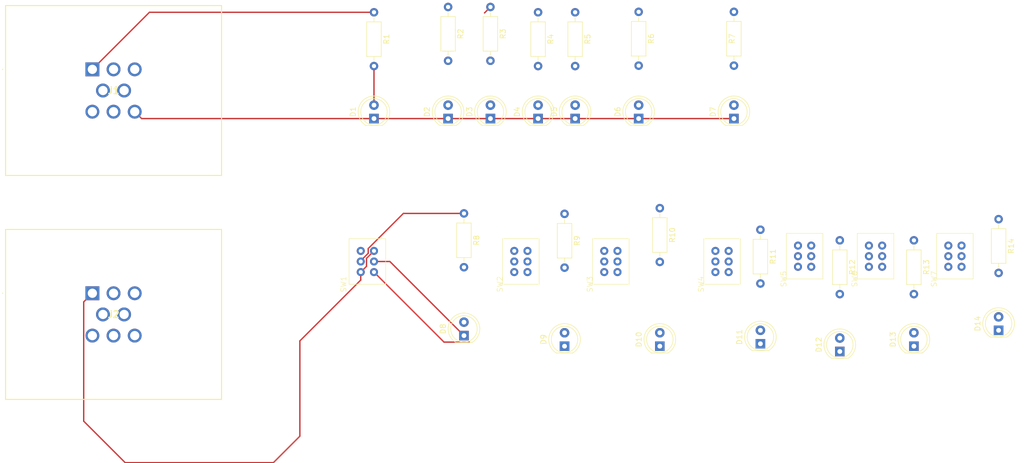
<source format=kicad_pcb>
(kicad_pcb (version 20221018) (generator pcbnew)
  (layers (0 "F.Cu" signal) (31 "B.Cu" signal) (34 "B.Paste" user) (35 "F.Paste" user) (36 "B.SilkS" user "B.Silkscreen") (37 "F.SilkS" user "F.Silkscreen") (38 "B.Mask" user) (39 "F.Mask" user) (44 "Edge.Cuts" user))
  (net 0 "")
  (net 1 "/GND")
  (net 2 "Net-(D1-A)")
  (net 3 "Net-(D2-A)")
  (net 4 "Net-(D3-A)")
  (net 5 "Net-(D4-A)")
  (net 6 "Net-(D5-A)")
  (net 7 "Net-(D6-A)")
  (net 8 "Net-(D7-A)")
  (net 9 "Net-(D8-K)")
  (net 10 "Net-(D8-A)")
  (net 11 "Net-(D9-K)")
  (net 12 "Net-(D9-A)")
  (net 13 "Net-(D10-K)")
  (net 14 "Net-(D10-A)")
  (net 15 "Net-(D11-K)")
  (net 16 "Net-(D11-A)")
  (net 17 "Net-(D12-K)")
  (net 18 "Net-(D12-A)")
  (net 19 "Net-(D13-K)")
  (net 20 "Net-(D13-A)")
  (net 21 "Net-(D14-K)")
  (net 22 "Net-(D14-A)")
  (net 23 "/POW1")
  (net 24 "/POW2")
  (net 25 "/POW3")
  (net 26 "/POW4")
  (net 27 "/POW5")
  (net 28 "/POW6")
  (net 29 "/POW7")
  (net 30 "/SIG1")
  (net 31 "/SIG2")
  (net 32 "/SIG3")
  (net 33 "/SIG4")
  (net 34 "/SIG5")
  (net 35 "/SIG6")
  (net 36 "/SIG7")
  (net 37 "/+12V")
  (net 38 "Net-(SW1A-B)")
  (net 39 "Net-(SW2A-B)")
  (net 40 "Net-(SW3A-B)")
  (net 41 "Net-(SW4A-B)")
  (net 42 "Net-(SW5A-B)")
  (net 43 "Net-(SW6A-B)")
  (net 44 "Net-(SW7A-B)")
  (footprint "LED_THT:LED_D5.0mm" (layer "F.Cu") (at 198 110 90)
    (fp_text reference "D13" (at 1.27 -3.96 90) (layer "F.SilkS"))
    (fp_text value "LED")
    (fp_line (start -1.29 -1.545) (end -1.29 1.545) (stroke (width 0.12)) (layer "F.SilkS"))
    (fp_arc (start -1.29 -1.54483) (mid 2.072002 -2.880433) (end 4.26 0.000462) (stroke (width 0.12)) (layer "F.SilkS"))
    (fp_arc (start 4.26 -0.000462) (mid 2.072002 2.880433) (end -1.29 1.54483) (stroke (width 0.12)) (layer "F.SilkS"))
    (fp_circle (center 1.27 0) (end 3.77 0) (stroke (width 0.12)) (fill none) (layer "F.SilkS"))
    (pad "1" thru_hole rect (at 0 0 90) (size 1.8 1.8) (drill 0.9) (layers "*.Cu" "*.Mask") (net 19 "Net-(D13-K)"))
    (pad "2" thru_hole circle (at 2.54 0 90) (size 1.8 1.8) (drill 0.9) (layers "*.Cu" "*.Mask") (net 20 "Net-(D13-A)"))
  )
  (footprint "Resistor_THT:R_Axial_DIN0207_L6.3mm_D2.5mm_P10.16mm_Horizontal" (layer "F.Cu") (at 169 88 -90)
    (fp_text reference "R11" (at 5.08 -2.37 90) (layer "F.SilkS"))
    (fp_text value "R")
    (fp_line (start 1.04 0) (end 1.81 0) (stroke (width 0.12)) (layer "F.SilkS"))
    (fp_line (start 1.81 -1.37) (end 1.81 1.37) (stroke (width 0.12)) (layer "F.SilkS"))
    (fp_line (start 1.81 1.37) (end 8.35 1.37) (stroke (width 0.12)) (layer "F.SilkS"))
    (fp_line (start 8.35 -1.37) (end 1.81 -1.37) (stroke (width 0.12)) (layer "F.SilkS"))
    (fp_line (start 8.35 1.37) (end 8.35 -1.37) (stroke (width 0.12)) (layer "F.SilkS"))
    (fp_line (start 9.12 0) (end 8.35 0) (stroke (width 0.12)) (layer "F.SilkS"))
    (pad "1" thru_hole circle (at 0 0 270) (size 1.6 1.6) (drill 0.8) (layers "*.Cu" "*.Mask") (net 41 "Net-(SW4A-B)"))
    (pad "2" thru_hole oval (at 10.16 0 270) (size 1.6 1.6) (drill 0.8) (layers "*.Cu" "*.Mask") (net 16 "Net-(D11-A)"))
  )
  (footprint "LED_THT:LED_D5.0mm" (layer "F.Cu") (at 146 67 90)
    (fp_text reference "D6" (at 1.27 -3.96 90) (layer "F.SilkS"))
    (fp_text value "LED")
    (fp_line (start -1.29 -1.545) (end -1.29 1.545) (stroke (width 0.12)) (layer "F.SilkS"))
    (fp_arc (start -1.29 -1.54483) (mid 2.072002 -2.880433) (end 4.26 0.000462) (stroke (width 0.12)) (layer "F.SilkS"))
    (fp_arc (start 4.26 -0.000462) (mid 2.072002 2.880433) (end -1.29 1.54483) (stroke (width 0.12)) (layer "F.SilkS"))
    (fp_circle (center 1.27 0) (end 3.77 0) (stroke (width 0.12)) (fill none) (layer "F.SilkS"))
    (pad "1" thru_hole rect (at 0 0 90) (size 1.8 1.8) (drill 0.9) (layers "*.Cu" "*.Mask") (net 1 "/GND"))
    (pad "2" thru_hole circle (at 2.54 0 90) (size 1.8 1.8) (drill 0.9) (layers "*.Cu" "*.Mask") (net 7 "Net-(D6-A)"))
  )
  (footprint "relaybox_indicator_leds:17762761" (layer "F.Cu") (at 42.8 57.7)
    (fp_text reference "J1" (at 4 4) (layer "F.SilkS") (effects (font (size 1.27 1.27) (thickness 0.254))))
    (fp_text value "1-776276-1" hide)
    (fp_line (start -17 0) (end -17 0) (stroke (width 0.1)) (layer "F.SilkS"))
    (fp_line (start -16.9 0) (end -16.9 0) (stroke (width 0.1)) (layer "F.SilkS"))
    (fp_line (start -16.4 -12.05) (end 24.4 -12.05) (stroke (width 0.2)) (layer "F.SilkS"))
    (fp_line (start -16.4 20.05) (end -16.4 -12.05) (stroke (width 0.2)) (layer "F.SilkS"))
    (fp_line (start 24.4 -12.05) (end 24.4 20.05) (stroke (width 0.2)) (layer "F.SilkS"))
    (fp_line (start 24.4 20.05) (end -16.4 20.05) (stroke (width 0.2)) (layer "F.SilkS"))
    (fp_arc (start -17 0) (mid -16.95 -0.05) (end -16.9 0) (stroke (width 0.1)) (layer "F.SilkS"))
    (fp_arc (start -16.9 0) (mid -16.95 0.05) (end -17 0) (stroke (width 0.1)) (layer "F.SilkS"))
    (pad "" np_thru_hole circle (at -11.2 11.3) (size 2 2) (drill 2) (layers "*.Cu" "*.Mask"))
    (pad "" np_thru_hole circle (at -9.7 -6.8) (size 2 2) (drill 2) (layers "*.Cu" "*.Mask"))
    (pad "" np_thru_hole circle (at 17.7 -6.8) (size 2 2) (drill 2) (layers "*.Cu" "*.Mask"))
    (pad "" np_thru_hole circle (at 19.2 11.3) (size 2 2) (drill 2) (layers "*.Cu" "*.Mask"))
    (pad "1" thru_hole rect (at 0 0) (size 2.625 2.625) (drill 1.75) (layers "*.Cu" "*.Mask") (net 23 "/POW1"))
    (pad "2" thru_hole circle (at 4 0) (size 2.625 2.625) (drill 1.75) (layers "*.Cu" "*.Mask") (net 24 "/POW2"))
    (pad "3" thru_hole circle (at 8 0) (size 2.625 2.625) (drill 1.75) (layers "*.Cu" "*.Mask") (net 25 "/POW3"))
    (pad "4" thru_hole circle (at 2 4) (size 2.625 2.625) (drill 1.75) (layers "*.Cu" "*.Mask") (net 26 "/POW4"))
    (pad "5" thru_hole circle (at 6 4) (size 2.625 2.625) (drill 1.75) (layers "*.Cu" "*.Mask") (net 27 "/POW5"))
    (pad "6" thru_hole circle (at 0 8) (size 2.625 2.625) (drill 1.75) (layers "*.Cu" "*.Mask") (net 28 "/POW6"))
    (pad "7" thru_hole circle (at 4 8) (size 2.625 2.625) (drill 1.75) (layers "*.Cu" "*.Mask") (net 29 "/POW7"))
    (pad "8" thru_hole circle (at 8 8) (size 2.625 2.625) (drill 1.75) (layers "*.Cu" "*.Mask") (net 1 "/GND"))
  )
  (footprint "Resistor_THT:R_Axial_DIN0207_L6.3mm_D2.5mm_P10.16mm_Horizontal" (layer "F.Cu") (at 132 85 -90)
    (fp_text reference "R9" (at 5.08 -2.37 90) (layer "F.SilkS"))
    (fp_text value "R")
    (fp_line (start 1.04 0) (end 1.81 0) (stroke (width 0.12)) (layer "F.SilkS"))
    (fp_line (start 1.81 -1.37) (end 1.81 1.37) (stroke (width 0.12)) (layer "F.SilkS"))
    (fp_line (start 1.81 1.37) (end 8.35 1.37) (stroke (width 0.12)) (layer "F.SilkS"))
    (fp_line (start 8.35 -1.37) (end 1.81 -1.37) (stroke (width 0.12)) (layer "F.SilkS"))
    (fp_line (start 8.35 1.37) (end 8.35 -1.37) (stroke (width 0.12)) (layer "F.SilkS"))
    (fp_line (start 9.12 0) (end 8.35 0) (stroke (width 0.12)) (layer "F.SilkS"))
    (pad "1" thru_hole circle (at 0 0 270) (size 1.6 1.6) (drill 0.8) (layers "*.Cu" "*.Mask") (net 39 "Net-(SW2A-B)"))
    (pad "2" thru_hole oval (at 10.16 0 270) (size 1.6 1.6) (drill 0.8) (layers "*.Cu" "*.Mask") (net 12 "Net-(D9-A)"))
  )
  (footprint "LED_THT:LED_D5.0mm" (layer "F.Cu") (at 132 110 90)
    (fp_text reference "D9" (at 1.27 -3.96 90) (layer "F.SilkS"))
    (fp_text value "LED")
    (fp_line (start -1.29 -1.545) (end -1.29 1.545) (stroke (width 0.12)) (layer "F.SilkS"))
    (fp_arc (start -1.29 -1.54483) (mid 2.072002 -2.880433) (end 4.26 0.000462) (stroke (width 0.12)) (layer "F.SilkS"))
    (fp_arc (start 4.26 -0.000462) (mid 2.072002 2.880433) (end -1.29 1.54483) (stroke (width 0.12)) (layer "F.SilkS"))
    (fp_circle (center 1.27 0) (end 3.77 0) (stroke (width 0.12)) (fill none) (layer "F.SilkS"))
    (pad "1" thru_hole rect (at 0 0 90) (size 1.8 1.8) (drill 0.9) (layers "*.Cu" "*.Mask") (net 11 "Net-(D9-K)"))
    (pad "2" thru_hole circle (at 2.54 0 90) (size 1.8 1.8) (drill 0.9) (layers "*.Cu" "*.Mask") (net 12 "Net-(D9-A)"))
  )
  (footprint "LED_THT:LED_D5.0mm" (layer "F.Cu") (at 118 67 90)
    (fp_text reference "D3" (at 1.27 -3.96 90) (layer "F.SilkS"))
    (fp_text value "LED")
    (fp_line (start -1.29 -1.545) (end -1.29 1.545) (stroke (width 0.12)) (layer "F.SilkS"))
    (fp_arc (start -1.29 -1.54483) (mid 2.072002 -2.880433) (end 4.26 0.000462) (stroke (width 0.12)) (layer "F.SilkS"))
    (fp_arc (start 4.26 -0.000462) (mid 2.072002 2.880433) (end -1.29 1.54483) (stroke (width 0.12)) (layer "F.SilkS"))
    (fp_circle (center 1.27 0) (end 3.77 0) (stroke (width 0.12)) (fill none) (layer "F.SilkS"))
    (pad "1" thru_hole rect (at 0 0 90) (size 1.8 1.8) (drill 0.9) (layers "*.Cu" "*.Mask") (net 1 "/GND"))
    (pad "2" thru_hole circle (at 2.54 0 90) (size 1.8 1.8) (drill 0.9) (layers "*.Cu" "*.Mask") (net 4 "Net-(D3-A)"))
  )
  (footprint "LED_THT:LED_D5.0mm" (layer "F.Cu") (at 127 67 90)
    (fp_text reference "D4" (at 1.27 -3.96 90) (layer "F.SilkS"))
    (fp_text value "LED")
    (fp_line (start -1.29 -1.545) (end -1.29 1.545) (stroke (width 0.12)) (layer "F.SilkS"))
    (fp_arc (start -1.29 -1.54483) (mid 2.072002 -2.880433) (end 4.26 0.000462) (stroke (width 0.12)) (layer "F.SilkS"))
    (fp_arc (start 4.26 -0.000462) (mid 2.072002 2.880433) (end -1.29 1.54483) (stroke (width 0.12)) (layer "F.SilkS"))
    (fp_circle (center 1.27 0) (end 3.77 0) (stroke (width 0.12)) (fill none) (layer "F.SilkS"))
    (pad "1" thru_hole rect (at 0 0 90) (size 1.8 1.8) (drill 0.9) (layers "*.Cu" "*.Mask") (net 1 "/GND"))
    (pad "2" thru_hole circle (at 2.54 0 90) (size 1.8 1.8) (drill 0.9) (layers "*.Cu" "*.Mask") (net 5 "Net-(D4-A)"))
  )
  (footprint "Resistor_THT:R_Axial_DIN0207_L6.3mm_D2.5mm_P10.16mm_Horizontal" (layer "F.Cu") (at 164 46.84 -90)
    (fp_text reference "R7" (at 5.08 0.37 90) (layer "F.SilkS"))
    (fp_text value "R")
    (fp_line (start 1.04 0) (end 1.81 0) (stroke (width 0.12)) (layer "F.SilkS"))
    (fp_line (start 1.81 -1.37) (end 1.81 1.37) (stroke (width 0.12)) (layer "F.SilkS"))
    (fp_line (start 1.81 1.37) (end 8.35 1.37) (stroke (width 0.12)) (layer "F.SilkS"))
    (fp_line (start 8.35 -1.37) (end 1.81 -1.37) (stroke (width 0.12)) (layer "F.SilkS"))
    (fp_line (start 8.35 1.37) (end 8.35 -1.37) (stroke (width 0.12)) (layer "F.SilkS"))
    (fp_line (start 9.12 0) (end 8.35 0) (stroke (width 0.12)) (layer "F.SilkS"))
    (pad "1" thru_hole circle (at 0 0 270) (size 1.6 1.6) (drill 0.8) (layers "*.Cu" "*.Mask") (net 29 "/POW7"))
    (pad "2" thru_hole oval (at 10.16 0 270) (size 1.6 1.6) (drill 0.8) (layers "*.Cu" "*.Mask") (net 8 "Net-(D7-A)"))
  )
  (footprint "Resistor_THT:R_Axial_DIN0207_L6.3mm_D2.5mm_P10.16mm_Horizontal" (layer "F.Cu") (at 214 86 -90)
    (fp_text reference "R14" (at 5.08 -2.37 90) (layer "F.SilkS"))
    (fp_text value "R")
    (fp_line (start 1.04 0) (end 1.81 0) (stroke (width 0.12)) (layer "F.SilkS"))
    (fp_line (start 1.81 -1.37) (end 1.81 1.37) (stroke (width 0.12)) (layer "F.SilkS"))
    (fp_line (start 1.81 1.37) (end 8.35 1.37) (stroke (width 0.12)) (layer "F.SilkS"))
    (fp_line (start 8.35 -1.37) (end 1.81 -1.37) (stroke (width 0.12)) (layer "F.SilkS"))
    (fp_line (start 8.35 1.37) (end 8.35 -1.37) (stroke (width 0.12)) (layer "F.SilkS"))
    (fp_line (start 9.12 0) (end 8.35 0) (stroke (width 0.12)) (layer "F.SilkS"))
    (pad "1" thru_hole circle (at 0 0 270) (size 1.6 1.6) (drill 0.8) (layers "*.Cu" "*.Mask") (net 44 "Net-(SW7A-B)"))
    (pad "2" thru_hole oval (at 10.16 0 270) (size 1.6 1.6) (drill 0.8) (layers "*.Cu" "*.Mask") (net 22 "Net-(D14-A)"))
  )
  (footprint "relaybox_indicator_leds:17762761" (layer "F.Cu") (at 42.8 100)
    (fp_text reference "J2" (at 4 4) (layer "F.SilkS") (effects (font (size 1.27 1.27) (thickness 0.254))))
    (fp_text value "1-776276-1" hide)
    (fp_line (start -17 0) (end -17 0) (stroke (width 0.1)) (layer "F.SilkS"))
    (fp_line (start -16.9 0) (end -16.9 0) (stroke (width 0.1)) (layer "F.SilkS"))
    (fp_line (start -16.4 -12.05) (end 24.4 -12.05) (stroke (width 0.2)) (layer "F.SilkS"))
    (fp_line (start -16.4 20.05) (end -16.4 -12.05) (stroke (width 0.2)) (layer "F.SilkS"))
    (fp_line (start 24.4 -12.05) (end 24.4 20.05) (stroke (width 0.2)) (layer "F.SilkS"))
    (fp_line (start 24.4 20.05) (end -16.4 20.05) (stroke (width 0.2)) (layer "F.SilkS"))
    (fp_arc (start -17 0) (mid -16.95 -0.05) (end -16.9 0) (stroke (width 0.1)) (layer "F.SilkS"))
    (fp_arc (start -16.9 0) (mid -16.95 0.05) (end -17 0) (stroke (width 0.1)) (layer "F.SilkS"))
    (pad "" np_thru_hole circle (at -11.2 11.3) (size 2 2) (drill 2) (layers "*.Cu" "*.Mask"))
    (pad "" np_thru_hole circle (at -9.7 -6.8) (size 2 2) (drill 2) (layers "*.Cu" "*.Mask"))
    (pad "" np_thru_hole circle (at 17.7 -6.8) (size 2 2) (drill 2) (layers "*.Cu" "*.Mask"))
    (pad "" np_thru_hole circle (at 19.2 11.3) (size 2 2) (drill 2) (layers "*.Cu" "*.Mask"))
    (pad "1" thru_hole rect (at 0 0) (size 2.625 2.625) (drill 1.75) (layers "*.Cu" "*.Mask") (net 30 "/SIG1"))
    (pad "2" thru_hole circle (at 4 0) (size 2.625 2.625) (drill 1.75) (layers "*.Cu" "*.Mask") (net 31 "/SIG2"))
    (pad "3" thru_hole circle (at 8 0) (size 2.625 2.625) (drill 1.75) (layers "*.Cu" "*.Mask") (net 32 "/SIG3"))
    (pad "4" thru_hole circle (at 2 4) (size 2.625 2.625) (drill 1.75) (layers "*.Cu" "*.Mask") (net 33 "/SIG4"))
    (pad "5" thru_hole circle (at 6 4) (size 2.625 2.625) (drill 1.75) (layers "*.Cu" "*.Mask") (net 34 "/SIG5"))
    (pad "6" thru_hole circle (at 0 8) (size 2.625 2.625) (drill 1.75) (layers "*.Cu" "*.Mask") (net 35 "/SIG6"))
    (pad "7" thru_hole circle (at 4 8) (size 2.625 2.625) (drill 1.75) (layers "*.Cu" "*.Mask") (net 36 "/SIG7"))
    (pad "8" thru_hole circle (at 8 8) (size 2.625 2.625) (drill 1.75) (layers "*.Cu" "*.Mask") (net 37 "/+12V"))
  )
  (footprint "LED_THT:LED_D5.0mm" (layer "F.Cu") (at 184 111 90)
    (fp_text reference "D12" (at 1.27 -3.96 90) (layer "F.SilkS"))
    (fp_text value "LED")
    (fp_line (start -1.29 -1.545) (end -1.29 1.545) (stroke (width 0.12)) (layer "F.SilkS"))
    (fp_arc (start -1.29 -1.54483) (mid 2.072002 -2.880433) (end 4.26 0.000462) (stroke (width 0.12)) (layer "F.SilkS"))
    (fp_arc (start 4.26 -0.000462) (mid 2.072002 2.880433) (end -1.29 1.54483) (stroke (width 0.12)) (layer "F.SilkS"))
    (fp_circle (center 1.27 0) (end 3.77 0) (stroke (width 0.12)) (fill none) (layer "F.SilkS"))
    (pad "1" thru_hole rect (at 0 0 90) (size 1.8 1.8) (drill 0.9) (layers "*.Cu" "*.Mask") (net 17 "Net-(D12-K)"))
    (pad "2" thru_hole circle (at 2.54 0 90) (size 1.8 1.8) (drill 0.9) (layers "*.Cu" "*.Mask") (net 18 "Net-(D12-A)"))
  )
  (footprint "Resistor_THT:R_Axial_DIN0207_L6.3mm_D2.5mm_P10.16mm_Horizontal" (layer "F.Cu") (at 150 83.92 -90)
    (fp_text reference "R10" (at 5.08 -2.37 90) (layer "F.SilkS"))
    (fp_text value "R")
    (fp_line (start 1.04 0) (end 1.81 0) (stroke (width 0.12)) (layer "F.SilkS"))
    (fp_line (start 1.81 -1.37) (end 1.81 1.37) (stroke (width 0.12)) (layer "F.SilkS"))
    (fp_line (start 1.81 1.37) (end 8.35 1.37) (stroke (width 0.12)) (layer "F.SilkS"))
    (fp_line (start 8.35 -1.37) (end 1.81 -1.37) (stroke (width 0.12)) (layer "F.SilkS"))
    (fp_line (start 8.35 1.37) (end 8.35 -1.37) (stroke (width 0.12)) (layer "F.SilkS"))
    (fp_line (start 9.12 0) (end 8.35 0) (stroke (width 0.12)) (layer "F.SilkS"))
    (pad "1" thru_hole circle (at 0 0 270) (size 1.6 1.6) (drill 0.8) (layers "*.Cu" "*.Mask") (net 40 "Net-(SW3A-B)"))
    (pad "2" thru_hole oval (at 10.16 0 270) (size 1.6 1.6) (drill 0.8) (layers "*.Cu" "*.Mask") (net 14 "Net-(D10-A)"))
  )
  (footprint "Resistor_THT:R_Axial_DIN0207_L6.3mm_D2.5mm_P10.16mm_Horizontal" (layer "F.Cu") (at 134 46.92 -90)
    (fp_text reference "R5" (at 5.08 -2.37 90) (layer "F.SilkS"))
    (fp_text value "R")
    (fp_line (start 1.04 0) (end 1.81 0) (stroke (width 0.12)) (layer "F.SilkS"))
    (fp_line (start 1.81 -1.37) (end 1.81 1.37) (stroke (width 0.12)) (layer "F.SilkS"))
    (fp_line (start 1.81 1.37) (end 8.35 1.37) (stroke (width 0.12)) (layer "F.SilkS"))
    (fp_line (start 8.35 -1.37) (end 1.81 -1.37) (stroke (width 0.12)) (layer "F.SilkS"))
    (fp_line (start 8.35 1.37) (end 8.35 -1.37) (stroke (width 0.12)) (layer "F.SilkS"))
    (fp_line (start 9.12 0) (end 8.35 0) (stroke (width 0.12)) (layer "F.SilkS"))
    (pad "1" thru_hole circle (at 0 0 270) (size 1.6 1.6) (drill 0.8) (layers "*.Cu" "*.Mask") (net 27 "/POW5"))
    (pad "2" thru_hole oval (at 10.16 0 270) (size 1.6 1.6) (drill 0.8) (layers "*.Cu" "*.Mask") (net 6 "Net-(D5-A)"))
  )
  (footprint "Resistor_THT:R_Axial_DIN0207_L6.3mm_D2.5mm_P10.16mm_Horizontal" (layer "F.Cu") (at 198 90 -90)
    (fp_text reference "R13" (at 5.08 -2.37 90) (layer "F.SilkS"))
    (fp_text value "R")
    (fp_line (start 1.04 0) (end 1.81 0) (stroke (width 0.12)) (layer "F.SilkS"))
    (fp_line (start 1.81 -1.37) (end 1.81 1.37) (stroke (width 0.12)) (layer "F.SilkS"))
    (fp_line (start 1.81 1.37) (end 8.35 1.37) (stroke (width 0.12)) (layer "F.SilkS"))
    (fp_line (start 8.35 -1.37) (end 1.81 -1.37) (stroke (width 0.12)) (layer "F.SilkS"))
    (fp_line (start 8.35 1.37) (end 8.35 -1.37) (stroke (width 0.12)) (layer "F.SilkS"))
    (fp_line (start 9.12 0) (end 8.35 0) (stroke (width 0.12)) (layer "F.SilkS"))
    (pad "1" thru_hole circle (at 0 0 270) (size 1.6 1.6) (drill 0.8) (layers "*.Cu" "*.Mask") (net 43 "Net-(SW6A-B)"))
    (pad "2" thru_hole oval (at 10.16 0 270) (size 1.6 1.6) (drill 0.8) (layers "*.Cu" "*.Mask") (net 20 "Net-(D13-A)"))
  )
  (footprint "LED_THT:LED_D5.0mm" (layer "F.Cu") (at 110 67 90)
    (fp_text reference "D2" (at 1.27 -3.96 90) (layer "F.SilkS"))
    (fp_text value "LED")
    (fp_line (start -1.29 -1.545) (end -1.29 1.545) (stroke (width 0.12)) (layer "F.SilkS"))
    (fp_arc (start -1.29 -1.54483) (mid 2.072002 -2.880433) (end 4.26 0.000462) (stroke (width 0.12)) (layer "F.SilkS"))
    (fp_arc (start 4.26 -0.000462) (mid 2.072002 2.880433) (end -1.29 1.54483) (stroke (width 0.12)) (layer "F.SilkS"))
    (fp_circle (center 1.27 0) (end 3.77 0) (stroke (width 0.12)) (fill none) (layer "F.SilkS"))
    (pad "1" thru_hole rect (at 0 0 90) (size 1.8 1.8) (drill 0.9) (layers "*.Cu" "*.Mask") (net 1 "/GND"))
    (pad "2" thru_hole circle (at 2.54 0 90) (size 1.8 1.8) (drill 0.9) (layers "*.Cu" "*.Mask") (net 3 "Net-(D2-A)"))
  )
  (footprint "Resistor_THT:R_Axial_DIN0207_L6.3mm_D2.5mm_P10.16mm_Horizontal" (layer "F.Cu") (at 184 90 -90)
    (fp_text reference "R12" (at 5.08 -2.37 90) (layer "F.SilkS"))
    (fp_text value "R")
    (fp_line (start 1.04 0) (end 1.81 0) (stroke (width 0.12)) (layer "F.SilkS"))
    (fp_line (start 1.81 -1.37) (end 1.81 1.37) (stroke (width 0.12)) (layer "F.SilkS"))
    (fp_line (start 1.81 1.37) (end 8.35 1.37) (stroke (width 0.12)) (layer "F.SilkS"))
    (fp_line (start 8.35 -1.37) (end 1.81 -1.37) (stroke (width 0.12)) (layer "F.SilkS"))
    (fp_line (start 8.35 1.37) (end 8.35 -1.37) (stroke (width 0.12)) (layer "F.SilkS"))
    (fp_line (start 9.12 0) (end 8.35 0) (stroke (width 0.12)) (layer "F.SilkS"))
    (pad "1" thru_hole circle (at 0 0 270) (size 1.6 1.6) (drill 0.8) (layers "*.Cu" "*.Mask") (net 42 "Net-(SW5A-B)"))
    (pad "2" thru_hole oval (at 10.16 0 270) (size 1.6 1.6) (drill 0.8) (layers "*.Cu" "*.Mask") (net 18 "Net-(D12-A)"))
  )
  (footprint "relaybox_indicator_leds:MP004696" (layer "F.Cu") (at 202.3 97.3 90)
    (fp_text reference "SW7" (at 0 -0.5 90 unlocked) (layer "F.SilkS") (effects (font (thickness 0.1))))
    (fp_text value "SW_DPDT_x2")
    (fp_line (start 0 6.9) (end 0 0) (stroke (width 0.1)) (layer "F.SilkS"))
    (fp_line (start 0 6.9) (end 8.6 6.9) (stroke (width 0.1)) (layer "F.SilkS"))
    (fp_line (start 8.6 0) (end 0 0) (stroke (width 0.1)) (layer "F.SilkS"))
    (fp_line (start 8.6 0) (end 8.6 6.9) (stroke (width 0.1)) (layer "F.SilkS"))
    (pad "1" thru_hole circle (at 2.3 2.2 90) (size 1.524 1.524) (drill 0.762) (layers "*.Cu" "*.Mask") (net 36 "/SIG7"))
    (pad "2" thru_hole circle (at 4.3 2.2 90) (size 1.524 1.524) (drill 0.762) (layers "*.Cu" "*.Mask") (net 44 "Net-(SW7A-B)"))
    (pad "3" thru_hole circle (at 6.3 2.2 90) (size 1.524 1.524) (drill 0.762) (layers "*.Cu" "*.Mask") (net 37 "/+12V"))
    (pad "4" thru_hole circle (at 2.3 4.7 90) (size 1.524 1.524) (drill 0.762) (layers "*.Cu" "*.Mask") (net 1 "/GND"))
    (pad "5" thru_hole circle (at 4.3 4.7 90) (size 1.524 1.524) (drill 0.762) (layers "*.Cu" "*.Mask") (net 21 "Net-(D14-K)"))
    (pad "6" thru_hole circle (at 6.3 4.7 90) (size 1.524 1.524) (drill 0.762) (layers "*.Cu" "*.Mask") (net 36 "/SIG7"))
  )
  (footprint "Resistor_THT:R_Axial_DIN0207_L6.3mm_D2.5mm_P10.16mm_Horizontal" (layer "F.Cu") (at 146 46.84 -90)
    (fp_text reference "R6" (at 5.08 -2.37 90) (layer "F.SilkS"))
    (fp_text value "R")
    (fp_line (start 1.04 0) (end 1.81 0) (stroke (width 0.12)) (layer "F.SilkS"))
    (fp_line (start 1.81 -1.37) (end 1.81 1.37) (stroke (width 0.12)) (layer "F.SilkS"))
    (fp_line (start 1.81 1.37) (end 8.35 1.37) (stroke (width 0.12)) (layer "F.SilkS"))
    (fp_line (start 8.35 -1.37) (end 1.81 -1.37) (stroke (width 0.12)) (layer "F.SilkS"))
    (fp_line (start 8.35 1.37) (end 8.35 -1.37) (stroke (width 0.12)) (layer "F.SilkS"))
    (fp_line (start 9.12 0) (end 8.35 0) (stroke (width 0.12)) (layer "F.SilkS"))
    (pad "1" thru_hole circle (at 0 0 270) (size 1.6 1.6) (drill 0.8) (layers "*.Cu" "*.Mask") (net 28 "/POW6"))
    (pad "2" thru_hole oval (at 10.16 0 270) (size 1.6 1.6) (drill 0.8) (layers "*.Cu" "*.Mask") (net 7 "Net-(D6-A)"))
  )
  (footprint "Resistor_THT:R_Axial_DIN0207_L6.3mm_D2.5mm_P10.16mm_Horizontal" (layer "F.Cu") (at 127 46.92 -90)
    (fp_text reference "R4" (at 5.08 -2.37 90) (layer "F.SilkS"))
    (fp_text value "R")
    (fp_line (start 1.04 0) (end 1.81 0) (stroke (width 0.12)) (layer "F.SilkS"))
    (fp_line (start 1.81 -1.37) (end 1.81 1.37) (stroke (width 0.12)) (layer "F.SilkS"))
    (fp_line (start 1.81 1.37) (end 8.35 1.37) (stroke (width 0.12)) (layer "F.SilkS"))
    (fp_line (start 8.35 -1.37) (end 1.81 -1.37) (stroke (width 0.12)) (layer "F.SilkS"))
    (fp_line (start 8.35 1.37) (end 8.35 -1.37) (stroke (width 0.12)) (layer "F.SilkS"))
    (fp_line (start 9.12 0) (end 8.35 0) (stroke (width 0.12)) (layer "F.SilkS"))
    (pad "1" thru_hole circle (at 0 0 270) (size 1.6 1.6) (drill 0.8) (layers "*.Cu" "*.Mask") (net 26 "/POW4"))
    (pad "2" thru_hole oval (at 10.16 0 270) (size 1.6 1.6) (drill 0.8) (layers "*.Cu" "*.Mask") (net 5 "Net-(D4-A)"))
  )
  (footprint "Resistor_THT:R_Axial_DIN0207_L6.3mm_D2.5mm_P10.16mm_Horizontal" (layer "F.Cu") (at 110 45.92 -90)
    (fp_text reference "R2" (at 5.08 -2.37 90) (layer "F.SilkS"))
    (fp_text value "R")
    (fp_line (start 1.04 0) (end 1.81 0) (stroke (width 0.12)) (layer "F.SilkS"))
    (fp_line (start 1.81 -1.37) (end 1.81 1.37) (stroke (width 0.12)) (layer "F.SilkS"))
    (fp_line (start 1.81 1.37) (end 8.35 1.37) (stroke (width 0.12)) (layer "F.SilkS"))
    (fp_line (start 8.35 -1.37) (end 1.81 -1.37) (stroke (width 0.12)) (layer "F.SilkS"))
    (fp_line (start 8.35 1.37) (end 8.35 -1.37) (stroke (width 0.12)) (layer "F.SilkS"))
    (fp_line (start 9.12 0) (end 8.35 0) (stroke (width 0.12)) (layer "F.SilkS"))
    (pad "1" thru_hole circle (at 0 0 270) (size 1.6 1.6) (drill 0.8) (layers "*.Cu" "*.Mask") (net 24 "/POW2"))
    (pad "2" thru_hole oval (at 10.16 0 270) (size 1.6 1.6) (drill 0.8) (layers "*.Cu" "*.Mask") (net 3 "Net-(D2-A)"))
  )
  (footprint "Resistor_THT:R_Axial_DIN0207_L6.3mm_D2.5mm_P10.16mm_Horizontal" (layer "F.Cu") (at 96 46.92 -90)
    (fp_text reference "R1" (at 5.08 -2.37 90) (layer "F.SilkS"))
    (fp_text value "R")
    (fp_line (start 1.04 0) (end 1.81 0) (stroke (width 0.12)) (layer "F.SilkS"))
    (fp_line (start 1.81 -1.37) (end 1.81 1.37) (stroke (width 0.12)) (layer "F.SilkS"))
    (fp_line (start 1.81 1.37) (end 8.35 1.37) (stroke (width 0.12)) (layer "F.SilkS"))
    (fp_line (start 8.35 -1.37) (end 1.81 -1.37) (stroke (width 0.12)) (layer "F.SilkS"))
    (fp_line (start 8.35 1.37) (end 8.35 -1.37) (stroke (width 0.12)) (layer "F.SilkS"))
    (fp_line (start 9.12 0) (end 8.35 0) (stroke (width 0.12)) (layer "F.SilkS"))
    (pad "1" thru_hole circle (at 0 0 270) (size 1.6 1.6) (drill 0.8) (layers "*.Cu" "*.Mask") (net 23 "/POW1"))
    (pad "2" thru_hole oval (at 10.16 0 270) (size 1.6 1.6) (drill 0.8) (layers "*.Cu" "*.Mask") (net 2 "Net-(D1-A)"))
  )
  (footprint "relaybox_indicator_leds:MP004696" (layer "F.Cu") (at 120.3 98.3 90)
    (fp_text reference "SW2" (at 0 -0.5 90 unlocked) (layer "F.SilkS") (effects (font (thickness 0.1))))
    (fp_text value "SW_DPDT_x2")
    (fp_line (start 0 6.9) (end 0 0) (stroke (width 0.1)) (layer "F.SilkS"))
    (fp_line (start 0 6.9) (end 8.6 6.9) (stroke (width 0.1)) (layer "F.SilkS"))
    (fp_line (start 8.6 0) (end 0 0) (stroke (width 0.1)) (layer "F.SilkS"))
    (fp_line (start 8.6 0) (end 8.6 6.9) (stroke (width 0.1)) (layer "F.SilkS"))
    (pad "1" thru_hole circle (at 2.3 2.2 90) (size 1.524 1.524) (drill 0.762) (layers "*.Cu" "*.Mask") (net 31 "/SIG2"))
    (pad "2" thru_hole circle (at 4.3 2.2 90) (size 1.524 1.524) (drill 0.762) (layers "*.Cu" "*.Mask") (net 39 "Net-(SW2A-B)"))
    (pad "3" thru_hole circle (at 6.3 2.2 90) (size 1.524 1.524) (drill 0.762) (layers "*.Cu" "*.Mask") (net 37 "/+12V"))
    (pad "4" thru_hole circle (at 2.3 4.7 90) (size 1.524 1.524) (drill 0.762) (layers "*.Cu" "*.Mask") (net 1 "/GND"))
    (pad "5" thru_hole circle (at 4.3 4.7 90) (size 1.524 1.524) (drill 0.762) (layers "*.Cu" "*.Mask") (net 11 "Net-(D9-K)"))
    (pad "6" thru_hole circle (at 6.3 4.7 90) (size 1.524 1.524) (drill 0.762) (layers "*.Cu" "*.Mask") (net 31 "/SIG2"))
  )
  (footprint "relaybox_indicator_leds:MP004696" (layer "F.Cu") (at 137.3 98.3 90)
    (fp_text reference "SW3" (at 0 -0.5 90 unlocked) (layer "F.SilkS") (effects (font (thickness 0.1))))
    (fp_text value "SW_DPDT_x2")
    (fp_line (start 0 6.9) (end 0 0) (stroke (width 0.1)) (layer "F.SilkS"))
    (fp_line (start 0 6.9) (end 8.6 6.9) (stroke (width 0.1)) (layer "F.SilkS"))
    (fp_line (start 8.6 0) (end 0 0) (stroke (width 0.1)) (layer "F.SilkS"))
    (fp_line (start 8.6 0) (end 8.6 6.9) (stroke (width 0.1)) (layer "F.SilkS"))
    (pad "1" thru_hole circle (at 2.3 2.2 90) (size 1.524 1.524) (drill 0.762) (layers "*.Cu" "*.Mask") (net 32 "/SIG3"))
    (pad "2" thru_hole circle (at 4.3 2.2 90) (size 1.524 1.524) (drill 0.762) (layers "*.Cu" "*.Mask") (net 40 "Net-(SW3A-B)"))
    (pad "3" thru_hole circle (at 6.3 2.2 90) (size 1.524 1.524) (drill 0.762) (layers "*.Cu" "*.Mask") (net 37 "/+12V"))
    (pad "4" thru_hole circle (at 2.3 4.7 90) (size 1.524 1.524) (drill 0.762) (layers "*.Cu" "*.Mask") (net 1 "/GND"))
    (pad "5" thru_hole circle (at 4.3 4.7 90) (size 1.524 1.524) (drill 0.762) (layers "*.Cu" "*.Mask") (net 13 "Net-(D10-K)"))
    (pad "6" thru_hole circle (at 6.3 4.7 90) (size 1.524 1.524) (drill 0.762) (layers "*.Cu" "*.Mask") (net 32 "/SIG3"))
  )
  (footprint "relaybox_indicator_leds:MP004696" (layer "F.Cu") (at 187.3 97.3 90)
    (fp_text reference "SW6" (at 0 -0.5 90 unlocked) (layer "F.SilkS") (effects (font (thickness 0.1))))
    (fp_text value "SW_DPDT_x2")
    (fp_line (start 0 6.9) (end 0 0) (stroke (width 0.1)) (layer "F.SilkS"))
    (fp_line (start 0 6.9) (end 8.6 6.9) (stroke (width 0.1)) (layer "F.SilkS"))
    (fp_line (start 8.6 0) (end 0 0) (stroke (width 0.1)) (layer "F.SilkS"))
    (fp_line (start 8.6 0) (end 8.6 6.9) (stroke (width 0.1)) (layer "F.SilkS"))
    (pad "1" thru_hole circle (at 2.3 2.2 90) (size 1.524 1.524) (drill 0.762) (layers "*.Cu" "*.Mask") (net 35 "/SIG6"))
    (pad "2" thru_hole circle (at 4.3 2.2 90) (size 1.524 1.524) (drill 0.762) (layers "*.Cu" "*.Mask") (net 43 "Net-(SW6A-B)"))
    (pad "3" thru_hole circle (at 6.3 2.2 90) (size 1.524 1.524) (drill 0.762) (layers "*.Cu" "*.Mask") (net 37 "/+12V"))
    (pad "4" thru_hole circle (at 2.3 4.7 90) (size 1.524 1.524) (drill 0.762) (layers "*.Cu" "*.Mask") (net 1 "/GND"))
    (pad "5" thru_hole circle (at 4.3 4.7 90) (size 1.524 1.524) (drill 0.762) (layers "*.Cu" "*.Mask") (net 19 "Net-(D13-K)"))
    (pad "6" thru_hole circle (at 6.3 4.7 90) (size 1.524 1.524) (drill 0.762) (layers "*.Cu" "*.Mask") (net 35 "/SIG6"))
  )
  (footprint "Resistor_THT:R_Axial_DIN0207_L6.3mm_D2.5mm_P10.16mm_Horizontal" (layer "F.Cu") (at 113 84.92 -90)
    (fp_text reference "R8" (at 5.08 -2.37 90) (layer "F.SilkS"))
    (fp_text value "R")
    (fp_line (start 1.04 0) (end 1.81 0) (stroke (width 0.12)) (layer "F.SilkS"))
    (fp_line (start 1.81 -1.37) (end 1.81 1.37) (stroke (width 0.12)) (layer "F.SilkS"))
    (fp_line (start 1.81 1.37) (end 8.35 1.37) (stroke (width 0.12)) (layer "F.SilkS"))
    (fp_line (start 8.35 -1.37) (end 1.81 -1.37) (stroke (width 0.12)) (layer "F.SilkS"))
    (fp_line (start 8.35 1.37) (end 8.35 -1.37) (stroke (width 0.12)) (layer "F.SilkS"))
    (fp_line (start 9.12 0) (end 8.35 0) (stroke (width 0.12)) (layer "F.SilkS"))
    (pad "1" thru_hole circle (at 0 0 270) (size 1.6 1.6) (drill 0.8) (layers "*.Cu" "*.Mask") (net 38 "Net-(SW1A-B)"))
    (pad "2" thru_hole oval (at 10.16 0 270) (size 1.6 1.6) (drill 0.8) (layers "*.Cu" "*.Mask") (net 10 "Net-(D8-A)"))
  )
  (footprint "relaybox_indicator_leds:MP004696" (layer "F.Cu") (at 158.3 98.3 90)
    (fp_text reference "SW4" (at 0 -0.5 90 unlocked) (layer "F.SilkS") (effects (font (thickness 0.1))))
    (fp_text value "SW_DPDT_x2")
    (fp_line (start 0 6.9) (end 0 0) (stroke (width 0.1)) (layer "F.SilkS"))
    (fp_line (start 0 6.9) (end 8.6 6.9) (stroke (width 0.1)) (layer "F.SilkS"))
    (fp_line (start 8.6 0) (end 0 0) (stroke (width 0.1)) (layer "F.SilkS"))
    (fp_line (start 8.6 0) (end 8.6 6.9) (stroke (width 0.1)) (layer "F.SilkS"))
    (pad "1" thru_hole circle (at 2.3 2.2 90) (size 1.524 1.524) (drill 0.762) (layers "*.Cu" "*.Mask") (net 33 "/SIG4"))
    (pad "2" thru_hole circle (at 4.3 2.2 90) (size 1.524 1.524) (drill 0.762) (layers "*.Cu" "*.Mask") (net 41 "Net-(SW4A-B)"))
    (pad "3" thru_hole circle (at 6.3 2.2 90) (size 1.524 1.524) (drill 0.762) (layers "*.Cu" "*.Mask") (net 37 "/+12V"))
    (pad "4" thru_hole circle (at 2.3 4.7 90) (size 1.524 1.524) (drill 0.762) (layers "*.Cu" "*.Mask") (net 1 "/GND"))
    (pad "5" thru_hole circle (at 4.3 4.7 90) (size 1.524 1.524) (drill 0.762) (layers "*.Cu" "*.Mask") (net 15 "Net-(D11-K)"))
    (pad "6" thru_hole circle (at 6.3 4.7 90) (size 1.524 1.524) (drill 0.762) (layers "*.Cu" "*.Mask") (net 33 "/SIG4"))
  )
  (footprint "LED_THT:LED_D5.0mm" (layer "F.Cu") (at 164 67 90)
    (fp_text reference "D7" (at 1.27 -3.96 90) (layer "F.SilkS"))
    (fp_text value "LED")
    (fp_line (start -1.29 -1.545) (end -1.29 1.545) (stroke (width 0.12)) (layer "F.SilkS"))
    (fp_arc (start -1.29 -1.54483) (mid 2.072002 -2.880433) (end 4.26 0.000462) (stroke (width 0.12)) (layer "F.SilkS"))
    (fp_arc (start 4.26 -0.000462) (mid 2.072002 2.880433) (end -1.29 1.54483) (stroke (width 0.12)) (layer "F.SilkS"))
    (fp_circle (center 1.27 0) (end 3.77 0) (stroke (width 0.12)) (fill none) (layer "F.SilkS"))
    (pad "1" thru_hole rect (at 0 0 90) (size 1.8 1.8) (drill 0.9) (layers "*.Cu" "*.Mask") (net 1 "/GND"))
    (pad "2" thru_hole circle (at 2.54 0 90) (size 1.8 1.8) (drill 0.9) (layers "*.Cu" "*.Mask") (net 8 "Net-(D7-A)"))
  )
  (footprint "LED_THT:LED_D5.0mm" (layer "F.Cu") (at 96 67 90)
    (fp_text reference "D1" (at 1.27 -3.96 90) (layer "F.SilkS"))
    (fp_text value "LED")
    (fp_line (start -1.29 -1.545) (end -1.29 1.545) (stroke (width 0.12)) (layer "F.SilkS"))
    (fp_arc (start -1.29 -1.54483) (mid 2.072002 -2.880433) (end 4.26 0.000462) (stroke (width 0.12)) (layer "F.SilkS"))
    (fp_arc (start 4.26 -0.000462) (mid 2.072002 2.880433) (end -1.29 1.54483) (stroke (width 0.12)) (layer "F.SilkS"))
    (fp_circle (center 1.27 0) (end 3.77 0) (stroke (width 0.12)) (fill none) (layer "F.SilkS"))
    (pad "1" thru_hole rect (at 0 0 90) (size 1.8 1.8) (drill 0.9) (layers "*.Cu" "*.Mask") (net 1 "/GND"))
    (pad "2" thru_hole circle (at 2.54 0 90) (size 1.8 1.8) (drill 0.9) (layers "*.Cu" "*.Mask") (net 2 "Net-(D1-A)"))
  )
  (footprint "relaybox_indicator_leds:MP004696" (layer "F.Cu") (at 91.3 98.3 90)
    (fp_text reference "SW1" (at 0 -1.04 90 unlocked) (layer "F.SilkS") (effects (font (thickness 0.1))))
    (fp_text value "SW_DPDT_x2")
    (fp_line (start 0 6.9) (end 0 0) (stroke (width 0.1)) (layer "F.SilkS"))
    (fp_line (start 0 6.9) (end 8.6 6.9) (stroke (width 0.1)) (layer "F.SilkS"))
    (fp_line (start 8.6 0) (end 0 0) (stroke (width 0.1)) (layer "F.SilkS"))
    (fp_line (start 8.6 0) (end 8.6 6.9) (stroke (width 0.1)) (layer "F.SilkS"))
    (pad "1" thru_hole circle (at 2.3 2.2 90) (size 1.524 1.524) (drill 0.762) (layers "*.Cu" "*.Mask") (net 30 "/SIG1"))
    (pad "2" thru_hole circle (at 4.3 2.2 90) (size 1.524 1.524) (drill 0.762) (layers "*.Cu" "*.Mask") (net 38 "Net-(SW1A-B)"))
    (pad "3" thru_hole circle (at 6.3 2.2 90) (size 1.524 1.524) (drill 0.762) (layers "*.Cu" "*.Mask") (net 37 "/+12V"))
    (pad "4" thru_hole circle (at 2.3 4.7 90) (size 1.524 1.524) (drill 0.762) (layers "*.Cu" "*.Mask") (net 1 "/GND"))
    (pad "5" thru_hole circle (at 4.3 4.7 90) (size 1.524 1.524) (drill 0.762) (layers "*.Cu" "*.Mask") (net 9 "Net-(D8-K)"))
    (pad "6" thru_hole circle (at 6.3 4.7 90) (size 1.524 1.524) (drill 0.762) (layers "*.Cu" "*.Mask") (net 30 "/SIG1"))
  )
  (footprint "LED_THT:LED_D5.0mm" (layer "F.Cu") (at 169 109.54 90)
    (fp_text reference "D11" (at 1.27 -3.96 90) (layer "F.SilkS"))
    (fp_text value "LED")
    (fp_line (start -1.29 -1.545) (end -1.29 1.545) (stroke (width 0.12)) (layer "F.SilkS"))
    (fp_arc (start -1.29 -1.54483) (mid 2.072002 -2.880433) (end 4.26 0.000462) (stroke (width 0.12)) (layer "F.SilkS"))
    (fp_arc (start 4.26 -0.000462) (mid 2.072002 2.880433) (end -1.29 1.54483) (stroke (width 0.12)) (layer "F.SilkS"))
    (fp_circle (center 1.27 0) (end 3.77 0) (stroke (width 0.12)) (fill none) (layer "F.SilkS"))
    (pad "1" thru_hole rect (at 0 0 90) (size 1.8 1.8) (drill 0.9) (layers "*.Cu" "*.Mask") (net 15 "Net-(D11-K)"))
    (pad "2" thru_hole circle (at 2.54 0 90) (size 1.8 1.8) (drill 0.9) (layers "*.Cu" "*.Mask") (net 16 "Net-(D11-A)"))
  )
  (footprint "Resistor_THT:R_Axial_DIN0207_L6.3mm_D2.5mm_P10.16mm_Horizontal" (layer "F.Cu") (at 118 45.92 -90)
    (fp_text reference "R3" (at 5.08 -2.37 90) (layer "F.SilkS"))
    (fp_text value "R")
    (fp_line (start 1.04 0) (end 1.81 0) (stroke (width 0.12)) (layer "F.SilkS"))
    (fp_line (start 1.81 -1.37) (end 1.81 1.37) (stroke (width 0.12)) (layer "F.SilkS"))
    (fp_line (start 1.81 1.37) (end 8.35 1.37) (stroke (width 0.12)) (layer "F.SilkS"))
    (fp_line (start 8.35 -1.37) (end 1.81 -1.37) (stroke (width 0.12)) (layer "F.SilkS"))
    (fp_line (start 8.35 1.37) (end 8.35 -1.37) (stroke (width 0.12)) (layer "F.SilkS"))
    (fp_line (start 9.12 0) (end 8.35 0) (stroke (width 0.12)) (layer "F.SilkS"))
    (pad "1" thru_hole circle (at 0 0 270) (size 1.6 1.6) (drill 0.8) (layers "*.Cu" "*.Mask") (net 25 "/POW3"))
    (pad "2" thru_hole oval (at 10.16 0 270) (size 1.6 1.6) (drill 0.8) (layers "*.Cu" "*.Mask") (net 4 "Net-(D3-A)"))
  )
  (footprint "LED_THT:LED_D5.0mm" (layer "F.Cu") (at 214 107 90)
    (fp_text reference "D14" (at 1.27 -3.96 90) (layer "F.SilkS"))
    (fp_text value "LED")
    (fp_line (start -1.29 -1.545) (end -1.29 1.545) (stroke (width 0.12)) (layer "F.SilkS"))
    (fp_arc (start -1.29 -1.54483) (mid 2.072002 -2.880433) (end 4.26 0.000462) (stroke (width 0.12)) (layer "F.SilkS"))
    (fp_arc (start 4.26 -0.000462) (mid 2.072002 2.880433) (end -1.29 1.54483) (stroke (width 0.12)) (layer "F.SilkS"))
    (fp_circle (center 1.27 0) (end 3.77 0) (stroke (width 0.12)) (fill none) (layer "F.SilkS"))
    (pad "1" thru_hole rect (at 0 0 90) (size 1.8 1.8) (drill 0.9) (layers "*.Cu" "*.Mask") (net 21 "Net-(D14-K)"))
    (pad "2" thru_hole circle (at 2.54 0 90) (size 1.8 1.8) (drill 0.9) (layers "*.Cu" "*.Mask") (net 22 "Net-(D14-A)"))
  )
  (footprint "LED_THT:LED_D5.0mm" (layer "F.Cu") (at 134 67 90)
    (fp_text reference "D5" (at 1.27 -3.96 90) (layer "F.SilkS"))
    (fp_text value "LED")
    (fp_line (start -1.29 -1.545) (end -1.29 1.545) (stroke (width 0.12)) (layer "F.SilkS"))
    (fp_arc (start -1.29 -1.54483) (mid 2.072002 -2.880433) (end 4.26 0.000462) (stroke (width 0.12)) (layer "F.SilkS"))
    (fp_arc (start 4.26 -0.000462) (mid 2.072002 2.880433) (end -1.29 1.54483) (stroke (width 0.12)) (layer "F.SilkS"))
    (fp_circle (center 1.27 0) (end 3.77 0) (stroke (width 0.12)) (fill none) (layer "F.SilkS"))
    (pad "1" thru_hole rect (at 0 0 90) (size 1.8 1.8) (drill 0.9) (layers "*.Cu" "*.Mask") (net 1 "/GND"))
    (pad "2" thru_hole circle (at 2.54 0 90) (size 1.8 1.8) (drill 0.9) (layers "*.Cu" "*.Mask") (net 6 "Net-(D5-A)"))
  )
  (footprint "relaybox_indicator_leds:MP004696" (layer "F.Cu") (at 173.9 97.3 90)
    (fp_text reference "SW5" (at 0 -0.5 90 unlocked) (layer "F.SilkS") (effects (font (thickness 0.1))))
    (fp_text value "SW_DPDT_x2")
    (fp_line (start 0 6.9) (end 0 0) (stroke (width 0.1)) (layer "F.SilkS"))
    (fp_line (start 0 6.9) (end 8.6 6.9) (stroke (width 0.1)) (layer "F.SilkS"))
    (fp_line (start 8.6 0) (end 0 0) (stroke (width 0.1)) (layer "F.SilkS"))
    (fp_line (start 8.6 0) (end 8.6 6.9) (stroke (width 0.1)) (layer "F.SilkS"))
    (pad "1" thru_hole circle (at 2.3 2.2 90) (size 1.524 1.524) (drill 0.762) (layers "*.Cu" "*.Mask") (net 34 "/SIG5"))
    (pad "2" thru_hole circle (at 4.3 2.2 90) (size 1.524 1.524) (drill 0.762) (layers "*.Cu" "*.Mask") (net 42 "Net-(SW5A-B)"))
    (pad "3" thru_hole circle (at 6.3 2.2 90) (size 1.524 1.524) (drill 0.762) (layers "*.Cu" "*.Mask") (net 37 "/+12V"))
    (pad "4" thru_hole circle (at 2.3 4.7 90) (size 1.524 1.524) (drill 0.762) (layers "*.Cu" "*.Mask") (net 1 "/GND"))
    (pad "5" thru_hole circle (at 4.3 4.7 90) (size 1.524 1.524) (drill 0.762) (layers "*.Cu" "*.Mask") (net 17 "Net-(D12-K)"))
    (pad "6" thru_hole circle (at 6.3 4.7 90) (size 1.524 1.524) (drill 0.762) (layers "*.Cu" "*.Mask") (net 34 "/SIG5"))
  )
  (footprint "LED_THT:LED_D5.0mm" (layer "F.Cu") (at 150 110 90)
    (fp_text reference "D10" (at 1.27 -3.96 90) (layer "F.SilkS"))
    (fp_text value "LED")
    (fp_line (start -1.29 -1.545) (end -1.29 1.545) (stroke (width 0.12)) (layer "F.SilkS"))
    (fp_arc (start -1.29 -1.54483) (mid 2.072002 -2.880433) (end 4.26 0.000462) (stroke (width 0.12)) (layer "F.SilkS"))
    (fp_arc (start 4.26 -0.000462) (mid 2.072002 2.880433) (end -1.29 1.54483) (stroke (width 0.12)) (layer "F.SilkS"))
    (fp_circle (center 1.27 0) (end 3.77 0) (stroke (width 0.12)) (fill none) (layer "F.SilkS"))
    (pad "1" thru_hole rect (at 0 0 90) (size 1.8 1.8) (drill 0.9) (layers "*.Cu" "*.Mask") (net 13 "Net-(D10-K)"))
    (pad "2" thru_hole circle (at 2.54 0 90) (size 1.8 1.8) (drill 0.9) (layers "*.Cu" "*.Mask") (net 14 "Net-(D10-A)"))
  )
  (footprint "LED_THT:LED_D5.0mm" (layer "F.Cu") (at 113 108 90)
    (fp_text reference "D8" (at 1.27 -3.96 90) (layer "F.SilkS"))
    (fp_text value "LED")
    (fp_line (start -1.29 -1.545) (end -1.29 1.545) (stroke (width 0.12)) (layer "F.SilkS"))
    (fp_arc (start -1.29 -1.54483) (mid 2.072002 -2.880433) (end 4.26 0.000462) (stroke (width 0.12)) (layer "F.SilkS"))
    (fp_arc (start 4.26 -0.000462) (mid 2.072002 2.880433) (end -1.29 1.54483) (stroke (width 0.12)) (layer "F.SilkS"))
    (fp_circle (center 1.27 0) (end 3.77 0) (stroke (width 0.12)) (fill none) (layer "F.SilkS"))
    (pad "1" thru_hole rect (at 0 0 90) (size 1.8 1.8) (drill 0.9) (layers "*.Cu" "*.Mask") (net 9 "Net-(D8-K)"))
    (pad "2" thru_hole circle (at 2.54 0 90) (size 1.8 1.8) (drill 0.9) (layers "*.Cu" "*.Mask") (net 10 "Net-(D8-A)"))
  )
  (segment (start 96 67) (end 52.1 67) (width 0.25) (layer "F.Cu") (net 1))
  (segment (start 118 67) (end 110 67) (width 0.25) (layer "F.Cu") (net 1))
  (segment (start 164 67) (end 146 67) (width 0.25) (layer "F.Cu") (net 1))
  (segment (start 134 67) (end 127 67) (width 0.25) (layer "F.Cu") (net 1))
  (segment (start 146 67) (end 134 67) (width 0.25) (layer "F.Cu") (net 1))
  (segment (start 96 96) (end 109.225 109.225) (width 0.25) (layer "F.Cu") (net 1))
  (segment (start 109.225 109.225) (end 114.03462 109.225) (width 0.25) (layer "F.Cu") (net 1))
  (segment (start 52.1 67) (end 50.8 65.7) (width 0.25) (layer "F.Cu") (net 1))
  (segment (start 96 67) (end 110 67) (width 0.25) (layer "F.Cu") (net 1))
  (segment (start 127 67) (end 118 67) (width 0.25) (layer "F.Cu") (net 1))
  (segment (start 96 64.46) (end 96 57.08) (width 0.25) (layer "F.Cu") (net 2))
  (segment (start 96 94) (end 99 94) (width 0.25) (layer "F.Cu") (net 9))
  (segment (start 99 94) (end 113 108) (width 0.25) (layer "F.Cu") (net 9))
  (segment (start 42.8 57.7) (end 53.58 46.92) (width 0.25) (layer "F.Cu") (net 23))
  (segment (start 53.58 46.92) (end 96 46.92) (width 0.25) (layer "F.Cu") (net 23))
  (segment (start 116.875 47.045) (end 118 45.92) (width 0.25) (layer "F.Cu") (net 25))
  (segment (start 93.5 96) (end 94.587 94.913) (width 0.25) (layer "F.Cu") (net 30))
  (segment (start 41.1625 124.1625) (end 41.1625 101.6375) (width 0.25) (layer "F.Cu") (net 30))
  (segment (start 93.5 97.5) (end 82 109) (width 0.25) (layer "F.Cu") (net 30))
  (segment (start 93.5 96) (end 93.5 97.5) (width 0.25) (layer "F.Cu") (net 30))
  (segment (start 77 132) (end 49 132) (width 0.25) (layer "F.Cu") (net 30))
  (segment (start 94.587 94.913) (end 94.587 93.413) (width 0.25) (layer "F.Cu") (net 30))
  (segment (start 49 132) (end 41.1625 124.1625) (width 0.25) (layer "F.Cu") (net 30))
  (segment (start 94.587 93.413) (end 96 92) (width 0.25) (layer "F.Cu") (net 30))
  (segment (start 82 109) (end 82 127) (width 0.25) (layer "F.Cu") (net 30))
  (segment (start 82 127) (end 77 132) (width 0.25) (layer "F.Cu") (net 30))
  (segment (start 41.1625 101.6375) (end 42.8 100) (width 0.25) (layer "F.Cu") (net 30))
  (segment (start 94.913 91.556526) (end 101.549526 84.92) (width 0.25) (layer "F.Cu") (net 38))
  (segment (start 94.913 92.443474) (end 94.913 91.556526) (width 0.25) (layer "F.Cu") (net 38))
  (segment (start 93.5 94) (end 93.5 93.856474) (width 0.25) (layer "F.Cu") (net 38))
  (segment (start 93.5 93.856474) (end 94.913 92.443474) (width 0.25) (layer "F.Cu") (net 38))
  (segment (start 101.549526 84.92) (end 113 84.92) (width 0.25) (layer "F.Cu") (net 38))
)
</source>
